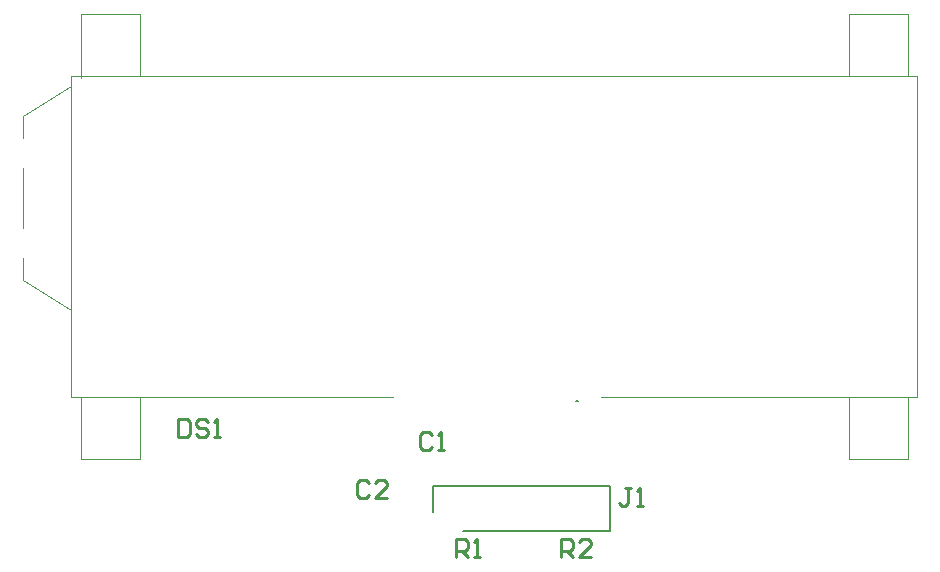
<source format=gto>
G04*
G04 #@! TF.GenerationSoftware,Altium Limited,Altium Designer,20.1.11 (218)*
G04*
G04 Layer_Color=65535*
%FSLAX25Y25*%
%MOIN*%
G70*
G04*
G04 #@! TF.SameCoordinates,DDD296A5-092D-4BAE-9FCA-48E2803F740F*
G04*
G04*
G04 #@! TF.FilePolarity,Positive*
G04*
G01*
G75*
%ADD10C,0.00787*%
%ADD11C,0.00394*%
%ADD12C,0.01000*%
D10*
X186480Y60882D02*
X187268D01*
X186480D01*
X148815Y17701D02*
X198028D01*
Y32661D01*
X138972D02*
X198028D01*
X138972Y24000D02*
Y32661D01*
D11*
X297110Y169150D02*
Y189819D01*
X277425D02*
X297110D01*
X277425Y169150D02*
Y189819D01*
X297110Y41787D02*
Y62457D01*
X277425Y41787D02*
X297110D01*
X277425D02*
Y62457D01*
X41205Y41787D02*
Y62457D01*
X21520Y41787D02*
X41205D01*
X21520D02*
Y62457D01*
X41205Y169150D02*
Y189819D01*
X21520D02*
X41205D01*
X21520Y168598D02*
Y189819D01*
X2224Y101394D02*
X18370Y91394D01*
X2224Y101394D02*
Y108598D01*
Y118598D02*
Y138598D01*
Y148598D02*
Y155803D01*
X18370Y165803D01*
Y62457D02*
Y169150D01*
X300260D01*
Y62457D02*
Y169150D01*
X18370Y62457D02*
X125559D01*
X194866D02*
X300260D01*
D12*
X181502Y9001D02*
Y14999D01*
X184501D01*
X185500Y13999D01*
Y12000D01*
X184501Y11000D01*
X181502D01*
X183501D02*
X185500Y9001D01*
X191498D02*
X187500D01*
X191498Y13000D01*
Y13999D01*
X190499Y14999D01*
X188499D01*
X187500Y13999D01*
X146501Y9001D02*
Y14999D01*
X149500D01*
X150500Y13999D01*
Y12000D01*
X149500Y11000D01*
X146501D01*
X148501D02*
X150500Y9001D01*
X152499D02*
X154499D01*
X153499D01*
Y14999D01*
X152499Y13999D01*
X205000Y31999D02*
X203001D01*
X204000D01*
Y27001D01*
X203001Y26001D01*
X202001D01*
X201001Y27001D01*
X206999Y26001D02*
X208999D01*
X207999D01*
Y31999D01*
X206999Y30999D01*
X54002Y54999D02*
Y49001D01*
X57001D01*
X58001Y50001D01*
Y53999D01*
X57001Y54999D01*
X54002D01*
X63999Y53999D02*
X62999Y54999D01*
X61000D01*
X60000Y53999D01*
Y53000D01*
X61000Y52000D01*
X62999D01*
X63999Y51000D01*
Y50001D01*
X62999Y49001D01*
X61000D01*
X60000Y50001D01*
X65998Y49001D02*
X67998D01*
X66998D01*
Y54999D01*
X65998Y53999D01*
X117500Y33499D02*
X116501Y34499D01*
X114501D01*
X113502Y33499D01*
Y29501D01*
X114501Y28501D01*
X116501D01*
X117500Y29501D01*
X123498Y28501D02*
X119500D01*
X123498Y32500D01*
Y33499D01*
X122499Y34499D01*
X120499D01*
X119500Y33499D01*
X138500Y49499D02*
X137500Y50499D01*
X135501D01*
X134501Y49499D01*
Y45501D01*
X135501Y44501D01*
X137500D01*
X138500Y45501D01*
X140499Y44501D02*
X142499D01*
X141499D01*
Y50499D01*
X140499Y49499D01*
M02*

</source>
